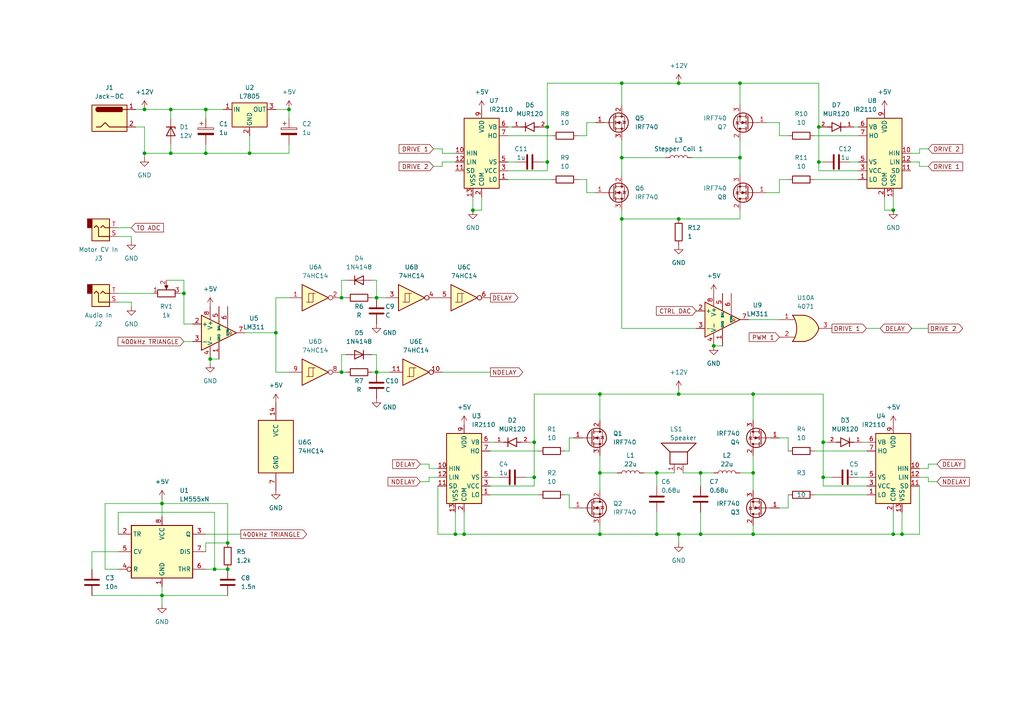
<source format=kicad_sch>
(kicad_sch (version 20230121) (generator eeschema)
  (paper "A4")
  (lib_symbols
    (symbol "4xxx:4071" (pin_names (offset 1.016))
      (property "Reference" "U" (at 0 1.27 0))
      (property "Value" "4071" (at 0 -1.27 0))
      (symbol "4071_1_1"
        (pin input line (at -7.62 2.54 0) (length 4.318) (name "~") (number "1"))
        (pin input line (at -7.62 -2.54 0) (length 4.318) (name "~") (number "2"))
        (pin output line (at 7.62 0 180) (length 3.81) (name "~") (number "3"))
      )
      (symbol "4071_1_2"
        (pin input inverted (at -7.62 2.54 0) (length 3.81) (name "~") (number "1"))
        (pin input inverted (at -7.62 -2.54 0) (length 3.81) (name "~") (number "2"))
        (pin output inverted (at 7.62 0 180) (length 3.81) (name "~") (number "3"))
      )
      (symbol "4071_2_1"
        (pin output line (at 7.62 0 180) (length 3.81) (name "~") (number "4"))
        (pin input line (at -7.62 2.54 0) (length 4.318) (name "~") (number "5"))
        (pin input line (at -7.62 -2.54 0) (length 4.318) (name "~") (number "6"))
      )
      (symbol "4071_2_2"
        (pin output inverted (at 7.62 0 180) (length 3.81) (name "~") (number "4"))
        (pin input inverted (at -7.62 2.54 0) (length 3.81) (name "~") (number "5"))
        (pin input inverted (at -7.62 -2.54 0) (length 3.81) (name "~") (number "6"))
      )
      (symbol "4071_3_1"
        (pin output line (at 7.62 0 180) (length 3.81) (name "~") (number "10"))
        (pin input line (at -7.62 2.54 0) (length 4.318) (name "~") (number "8"))
        (pin input line (at -7.62 -2.54 0) (length 4.318) (name "~") (number "9"))
      )
      (symbol "4071_3_2"
        (pin output inverted (at 7.62 0 180) (length 3.81) (name "~") (number "10"))
        (pin input inverted (at -7.62 2.54 0) (length 3.81) (name "~") (number "8"))
        (pin input inverted (at -7.62 -2.54 0) (length 3.81) (name "~") (number "9"))
      )
      (symbol "4071_4_1"
        (pin output line (at 7.62 0 180) (length 3.81) (name "~") (number "11"))
        (pin input line (at -7.62 2.54 0) (length 4.318) (name "~") (number "12"))
        (pin input line (at -7.62 -2.54 0) (length 4.318) (name "~") (number "13"))
      )
      (symbol "4071_4_2"
        (pin output inverted (at 7.62 0 180) (length 3.81) (name "~") (number "11"))
        (pin input inverted (at -7.62 2.54 0) (length 3.81) (name "~") (number "12"))
        (pin input inverted (at -7.62 -2.54 0) (length 3.81) (name "~") (number "13"))
      )
      (symbol "4071_5_0"
        (pin power_in line (at 0 12.7 270) (length 5.08) (name "VDD") (number "14"))
        (pin power_in line (at 0 -12.7 90) (length 5.08) (name "VSS") (number "7"))
      )
    )
    (symbol "74xx:74HC14" (pin_names (offset 1.016))
      (property "Reference" "U" (at 0 1.27 0))
      (property "Value" "74HC14" (at 0 -1.27 0))
      (symbol "74HC14_1_0"
        (pin input line (at -7.62 0 0) (length 3.81) (name "~") (number "1"))
        (pin output inverted (at 7.62 0 180) (length 3.81) (name "~") (number "2"))
      )
      (symbol "74HC14_2_0"
        (pin input line (at -7.62 0 0) (length 3.81) (name "~") (number "3"))
        (pin output inverted (at 7.62 0 180) (length 3.81) (name "~") (number "4"))
      )
      (symbol "74HC14_3_0"
        (pin input line (at -7.62 0 0) (length 3.81) (name "~") (number "5"))
        (pin output inverted (at 7.62 0 180) (length 3.81) (name "~") (number "6"))
      )
      (symbol "74HC14_4_0"
        (pin output inverted (at 7.62 0 180) (length 3.81) (name "~") (number "8"))
        (pin input line (at -7.62 0 0) (length 3.81) (name "~") (number "9"))
      )
      (symbol "74HC14_5_0"
        (pin output inverted (at 7.62 0 180) (length 3.81) (name "~") (number "10"))
        (pin input line (at -7.62 0 0) (length 3.81) (name "~") (number "11"))
      )
      (symbol "74HC14_6_0"
        (pin output inverted (at 7.62 0 180) (length 3.81) (name "~") (number "12"))
        (pin input line (at -7.62 0 0) (length 3.81) (name "~") (number "13"))
      )
      (symbol "74HC14_7_0"
        (pin power_in line (at 0 12.7 270) (length 5.08) (name "VCC") (number "14"))
        (pin power_in line (at 0 -12.7 90) (length 5.08) (name "GND") (number "7"))
      )
    )
    (symbol "Comparator:LM311" (pin_names (offset 0.127))
      (property "Reference" "U" (at 3.81 6.35 0))
      (property "Value" "LM311" (at 3.81 3.81 0))
      (symbol "LM311_1_1"
        (pin passive line (at 0 -7.62 90) (length 5.08) (name "GND") (number "1"))
        (pin input line (at -7.62 2.54 0) (length 2.54) (name "+") (number "2"))
        (pin input line (at -7.62 -2.54 0) (length 2.54) (name "-") (number "3"))
        (pin power_in line (at -2.54 -7.62 90) (length 3.81) (name "V-") (number "4"))
        (pin input line (at 0 7.62 270) (length 5.08) (name "BAL") (number "5"))
        (pin input line (at 2.54 7.62 270) (length 6.35) (name "STRB") (number "6"))
        (pin open_collector line (at 7.62 0 180) (length 2.54) (name "~") (number "7"))
        (pin power_in line (at -2.54 7.62 270) (length 3.81) (name "V+") (number "8"))
      )
    )
    (symbol "Connector:Jack-DC" (pin_names (offset 1.016))
      (property "Reference" "J" (at 0 5.334 0))
      (property "Value" "Jack-DC" (at 0 -5.08 0))
      (symbol "Jack-DC_1_1"
        (pin passive line (at 7.62 2.54 180) (length 2.54) (name "~") (number "1"))
        (pin passive line (at 7.62 -2.54 180) (length 2.54) (name "~") (number "2"))
      )
    )
    (symbol "Connector_Audio:AudioJack2"
      (property "Reference" "J" (at 0 8.89 0))
      (property "Value" "AudioJack2" (at 0 6.35 0))
      (symbol "AudioJack2_1_1"
        (pin passive line (at 5.08 2.54 180) (length 2.54) (name "~") (number "S"))
        (pin passive line (at 5.08 0 180) (length 2.54) (name "~") (number "T"))
      )
    )
    (symbol "Device:C" (pin_numbers hide) (pin_names (offset 0.254))
      (property "Reference" "C" (at 0.635 2.54 0))
      (property "Value" "C" (at 0.635 -2.54 0))
      (symbol "C_1_1"
        (pin passive line (at 0 3.81 270) (length 2.794) (name "~") (number "1"))
        (pin passive line (at 0 -3.81 90) (length 2.794) (name "~") (number "2"))
      )
    )
    (symbol "Device:C_Polarized" (pin_numbers hide) (pin_names (offset 0.254))
      (property "Reference" "C" (at 0.635 2.54 0))
      (property "Value" "C_Polarized" (at 0.635 -2.54 0))
      (symbol "C_Polarized_1_1"
        (pin passive line (at 0 3.81 270) (length 2.794) (name "~") (number "1"))
        (pin passive line (at 0 -3.81 90) (length 2.794) (name "~") (number "2"))
      )
    )
    (symbol "Device:D_Zener" (pin_numbers hide) (pin_names (offset 1.016) hide)
      (property "Reference" "D" (at 0 2.54 0))
      (property "Value" "D_Zener" (at 0 -2.54 0))
      (symbol "D_Zener_1_1"
        (pin passive line (at -3.81 0 0) (length 2.54) (name "K") (number "1"))
        (pin passive line (at 3.81 0 180) (length 2.54) (name "A") (number "2"))
      )
    )
    (symbol "Device:L" (pin_numbers hide) (pin_names (offset 1.016) hide)
      (property "Reference" "L" (at -1.27 0 90))
      (property "Value" "L" (at 1.905 0 90))
      (symbol "L_1_1"
        (pin passive line (at 0 3.81 270) (length 1.27) (name "1") (number "1"))
        (pin passive line (at 0 -3.81 90) (length 1.27) (name "2") (number "2"))
      )
    )
    (symbol "Device:R" (pin_numbers hide) (pin_names (offset 0))
      (property "Reference" "R" (at 2.032 0 90))
      (property "Value" "R" (at 0 0 90))
      (symbol "R_1_1"
        (pin passive line (at 0 3.81 270) (length 1.27) (name "~") (number "1"))
        (pin passive line (at 0 -3.81 90) (length 1.27) (name "~") (number "2"))
      )
    )
    (symbol "Device:R_Potentiometer" (pin_names (offset 1.016) hide)
      (property "Reference" "RV" (at -4.445 0 90))
      (property "Value" "R_Potentiometer" (at -2.54 0 90))
      (symbol "R_Potentiometer_1_1"
        (pin passive line (at 0 3.81 270) (length 1.27) (name "1") (number "1"))
        (pin passive line (at 3.81 0 180) (length 1.27) (name "2") (number "2"))
        (pin passive line (at 0 -3.81 90) (length 1.27) (name "3") (number "3"))
      )
    )
    (symbol "Device:Speaker" (pin_names (offset 0) hide)
      (property "Reference" "LS" (at 1.27 5.715 0))
      (property "Value" "Speaker" (at 1.27 3.81 0))
      (symbol "Speaker_1_1"
        (pin input line (at -5.08 0 0) (length 2.54) (name "1") (number "1"))
        (pin input line (at -5.08 -2.54 0) (length 2.54) (name "2") (number "2"))
      )
    )
    (symbol "Diode:1N4148" (pin_numbers hide) (pin_names hide)
      (property "Reference" "D" (at 0 2.54 0))
      (property "Value" "1N4148" (at 0 -2.54 0))
      (symbol "1N4148_1_1"
        (pin passive line (at -3.81 0 0) (length 2.54) (name "K") (number "1"))
        (pin passive line (at 3.81 0 180) (length 2.54) (name "A") (number "2"))
      )
    )
    (symbol "Driver_FET:IR2110"
      (property "Reference" "U" (at 1.27 13.335 0))
      (property "Value" "IR2110" (at 1.27 11.43 0))
      (symbol "IR2110_1_1"
        (pin output line (at 7.62 -7.62 180) (length 2.54) (name "LO") (number "1"))
        (pin input line (at -7.62 0 0) (length 2.54) (name "HIN") (number "10"))
        (pin input line (at -7.62 -5.08 0) (length 2.54) (name "SD") (number "11"))
        (pin input line (at -7.62 -2.54 0) (length 2.54) (name "LIN") (number "12"))
        (pin power_in line (at -2.54 -12.7 90) (length 2.54) (name "VSS") (number "13"))
        (pin no_connect line (at -5.08 2.54 0) (length 2.54) hide (name "NC") (number "14"))
        (pin power_in line (at 0 -12.7 90) (length 2.54) (name "COM") (number "2"))
        (pin power_in line (at 7.62 -5.08 180) (length 2.54) (name "VCC") (number "3"))
        (pin no_connect line (at -5.08 7.62 0) (length 2.54) hide (name "NC") (number "4"))
        (pin passive line (at 7.62 -2.54 180) (length 2.54) (name "VS") (number "5"))
        (pin passive line (at 7.62 7.62 180) (length 2.54) (name "VB") (number "6"))
        (pin output line (at 7.62 5.08 180) (length 2.54) (name "HO") (number "7"))
        (pin no_connect line (at -5.08 5.08 0) (length 2.54) hide (name "NC") (number "8"))
        (pin power_in line (at 0 12.7 270) (length 2.54) (name "VDD") (number "9"))
      )
    )
    (symbol "MUR120:MUR120" (pin_names (offset 1.016))
      (property "Reference" "D" (at -5.08 2.54 0))
      (property "Value" "MUR120" (at -5.08 -3.81 0))
      (symbol "MUR120_0_0"
        (pin passive line (at 5.08 0 180) (length 2.54) (name "~") (number "1"))
        (pin passive line (at -5.08 0 0) (length 2.54) (name "~") (number "2"))
      )
    )
    (symbol "Regulator_Linear:L7805" (pin_names (offset 0.254))
      (property "Reference" "U" (at -3.81 3.175 0))
      (property "Value" "L7805" (at 0 3.175 0))
      (symbol "L7805_1_1"
        (pin power_in line (at -7.62 0 0) (length 2.54) (name "IN") (number "1"))
        (pin power_in line (at 0 -7.62 90) (length 2.54) (name "GND") (number "2"))
        (pin power_out line (at 7.62 0 180) (length 2.54) (name "OUT") (number "3"))
      )
    )
    (symbol "Timer:LM555xN"
      (property "Reference" "U" (at -10.16 8.89 0))
      (property "Value" "LM555xN" (at 2.54 8.89 0))
      (symbol "LM555xN_0_0"
        (pin power_in line (at 0 -10.16 90) (length 2.54) (name "GND") (number "1"))
        (pin power_in line (at 0 10.16 270) (length 2.54) (name "VCC") (number "8"))
      )
      (symbol "LM555xN_1_1"
        (pin input line (at -12.7 5.08 0) (length 3.81) (name "TR") (number "2"))
        (pin output line (at 12.7 5.08 180) (length 3.81) (name "Q") (number "3"))
        (pin input inverted (at -12.7 -5.08 0) (length 3.81) (name "R") (number "4"))
        (pin input line (at -12.7 0 0) (length 3.81) (name "CV") (number "5"))
        (pin input line (at 12.7 -5.08 180) (length 3.81) (name "THR") (number "6"))
        (pin input line (at 12.7 0 180) (length 3.81) (name "DIS") (number "7"))
      )
    )
    (symbol "Transistor_FET:IRF740" (pin_names hide)
      (property "Reference" "Q" (at 6.35 1.905 0))
      (property "Value" "IRF740" (at 6.35 0 0))
      (symbol "IRF740_1_1"
        (pin input line (at -5.08 0 0) (length 2.54) (name "G") (number "1"))
        (pin passive line (at 2.54 5.08 270) (length 2.54) (name "D") (number "2"))
        (pin passive line (at 2.54 -5.08 90) (length 2.54) (name "S") (number "3"))
      )
    )
    (symbol "power:+12V" (power) (pin_names (offset 0))
      (property "Value" "+12V" (at 0 3.556 0))
      (symbol "+12V_1_1"
        (pin power_in line (at 0 0 90) (length 0) hide (name "+12V") (number "1"))
      )
    )
    (symbol "power:+5V" (power) (pin_names (offset 0))
      (property "Value" "+5V" (at 0 3.556 0))
      (symbol "+5V_1_1"
        (pin power_in line (at 0 0 90) (length 0) hide (name "+5V") (number "1"))
      )
    )
    (symbol "power:GND" (power) (pin_names (offset 0))
      (property "Value" "GND" (at 0 -3.81 0))
      (symbol "GND_1_1"
        (pin power_in line (at 0 0 270) (length 0) hide (name "GND") (number "1"))
      )
    )
  )
  (junction (at 83.82 31.75))
  (junction (at 237.49 36.83))
  (junction (at 59.69 44.45))
  (junction (at 109.22 86.36))
  (junction (at 173.99 137.16))
  (junction (at 132.08 154.94))
  (junction (at 49.53 31.75))
  (junction (at 46.99 146.05))
  (junction (at 196.85 63.5))
  (junction (at 173.99 154.94))
  (junction (at 137.16 60.96))
  (junction (at 196.85 154.94))
  (junction (at 237.49 46.99))
  (junction (at 109.22 107.95))
  (junction (at 214.63 45.72))
  (junction (at 207.01 100.33))
  (junction (at 218.44 154.94))
  (junction (at 180.34 63.5))
  (junction (at 41.91 31.75))
  (junction (at 238.76 128.27))
  (junction (at 154.94 128.27))
  (junction (at 158.75 36.83))
  (junction (at 173.99 114.3))
  (junction (at 80.01 96.52))
  (junction (at 66.04 165.1))
  (junction (at 203.2 154.94))
  (junction (at 62.23 165.1))
  (junction (at 196.85 24.13))
  (junction (at 190.5 137.16))
  (junction (at 99.06 86.36))
  (junction (at 238.76 138.43))
  (junction (at 53.34 85.09))
  (junction (at 59.69 31.75))
  (junction (at 218.44 137.16))
  (junction (at 154.94 138.43))
  (junction (at 60.96 104.14))
  (junction (at 180.34 45.72))
  (junction (at 259.08 60.96))
  (junction (at 259.08 154.94))
  (junction (at 190.5 154.94))
  (junction (at 196.85 114.3))
  (junction (at 49.53 44.45))
  (junction (at 158.75 46.99))
  (junction (at 134.62 154.94))
  (junction (at 180.34 24.13))
  (junction (at 46.99 172.72))
  (junction (at 261.62 154.94))
  (junction (at 218.44 114.3))
  (junction (at 99.06 107.95))
  (junction (at 214.63 24.13))
  (junction (at 203.2 137.16))
  (junction (at 72.39 44.45))
  (junction (at 66.04 157.48))
  (junction (at 41.91 44.45))
  (wire (pts (xy 218.44 152.4) (xy 218.44 154.94)))
  (wire (pts (xy 142.24 130.81) (xy 156.21 130.81)))
  (wire (pts (xy 218.44 137.16) (xy 218.44 132.08)))
  (wire (pts (xy 186.69 137.16) (xy 190.5 137.16)))
  (wire (pts (xy 173.99 114.3) (xy 173.99 121.92)))
  (wire (pts (xy 62.23 148.59) (xy 62.23 165.1)))
  (wire (pts (xy 142.24 143.51) (xy 156.21 143.51)))
  (wire (pts (xy 125.73 48.26) (xy 128.27 48.26)))
  (wire (pts (xy 266.7 44.45) (xy 264.16 44.45)))
  (wire (pts (xy 214.63 60.96) (xy 214.63 63.5)))
  (wire (pts (xy 132.08 148.59) (xy 132.08 154.94)))
  (wire (pts (xy 127 154.94) (xy 132.08 154.94)))
  (wire (pts (xy 214.63 137.16) (xy 218.44 137.16)))
  (wire (pts (xy 121.92 134.62) (xy 124.46 134.62)))
  (wire (pts (xy 152.4 138.43) (xy 154.94 138.43)))
  (wire (pts (xy 261.62 148.59) (xy 261.62 154.94)))
  (wire (pts (xy 207.01 100.33) (xy 209.55 100.33)))
  (wire (pts (xy 203.2 137.16) (xy 203.2 140.97)))
  (wire (pts (xy 180.34 45.72) (xy 193.04 45.72)))
  (wire (pts (xy 109.22 107.95) (xy 113.03 107.95)))
  (wire (pts (xy 196.85 154.94) (xy 203.2 154.94)))
  (wire (pts (xy 109.22 107.95) (xy 107.95 107.95)))
  (wire (pts (xy 214.63 40.64) (xy 214.63 45.72)))
  (wire (pts (xy 180.34 63.5) (xy 180.34 95.25)))
  (wire (pts (xy 180.34 24.13) (xy 196.85 24.13)))
  (wire (pts (xy 222.25 35.56) (xy 226.06 35.56)))
  (wire (pts (xy 167.64 52.07) (xy 170.18 52.07)))
  (wire (pts (xy 147.32 52.07) (xy 160.02 52.07)))
  (wire (pts (xy 128.27 44.45) (xy 132.08 44.45)))
  (wire (pts (xy 158.75 46.99) (xy 158.75 49.53)))
  (wire (pts (xy 170.18 55.88) (xy 172.72 55.88)))
  (wire (pts (xy 222.25 55.88) (xy 226.06 55.88)))
  (wire (pts (xy 59.69 157.48) (xy 59.69 160.02)))
  (wire (pts (xy 180.34 40.64) (xy 180.34 45.72)))
  (wire (pts (xy 203.2 154.94) (xy 218.44 154.94)))
  (wire (pts (xy 48.26 81.28) (xy 53.34 81.28)))
  (wire (pts (xy 38.1 88.9) (xy 38.1 87.63)))
  (wire (pts (xy 134.62 154.94) (xy 173.99 154.94)))
  (wire (pts (xy 170.18 52.07) (xy 170.18 55.88)))
  (wire (pts (xy 49.53 44.45) (xy 59.69 44.45)))
  (wire (pts (xy 271.78 139.7) (xy 269.24 139.7)))
  (wire (pts (xy 238.76 138.43) (xy 238.76 140.97)))
  (wire (pts (xy 59.69 44.45) (xy 59.69 41.91)))
  (wire (pts (xy 99.06 102.87) (xy 99.06 107.95)))
  (wire (pts (xy 228.6 52.07) (xy 226.06 52.07)))
  (wire (pts (xy 180.34 95.25) (xy 201.93 95.25)))
  (wire (pts (xy 66.04 146.05) (xy 46.99 146.05)))
  (wire (pts (xy 128.27 43.18) (xy 128.27 44.45)))
  (wire (pts (xy 26.67 160.02) (xy 34.29 160.02)))
  (wire (pts (xy 100.33 102.87) (xy 99.06 102.87)))
  (wire (pts (xy 173.99 114.3) (xy 196.85 114.3)))
  (wire (pts (xy 266.7 43.18) (xy 266.7 44.45)))
  (wire (pts (xy 38.1 87.63) (xy 34.29 87.63)))
  (wire (pts (xy 167.64 39.37) (xy 170.18 39.37)))
  (wire (pts (xy 154.94 140.97) (xy 142.24 140.97)))
  (wire (pts (xy 228.6 127) (xy 226.06 127)))
  (wire (pts (xy 34.29 154.94) (xy 34.29 148.59)))
  (wire (pts (xy 59.69 31.75) (xy 64.77 31.75)))
  (wire (pts (xy 266.7 135.89) (xy 269.24 135.89)))
  (wire (pts (xy 60.96 105.41) (xy 60.96 104.14)))
  (wire (pts (xy 271.78 134.62) (xy 269.24 134.62)))
  (wire (pts (xy 248.92 39.37) (xy 236.22 39.37)))
  (wire (pts (xy 72.39 44.45) (xy 72.39 39.37)))
  (wire (pts (xy 248.92 52.07) (xy 236.22 52.07)))
  (wire (pts (xy 109.22 102.87) (xy 109.22 107.95)))
  (wire (pts (xy 248.92 36.83) (xy 247.65 36.83)))
  (wire (pts (xy 59.69 154.94) (xy 69.85 154.94)))
  (wire (pts (xy 261.62 154.94) (xy 259.08 154.94)))
  (wire (pts (xy 99.06 81.28) (xy 100.33 81.28)))
  (wire (pts (xy 59.69 157.48) (xy 66.04 157.48)))
  (wire (pts (xy 46.99 172.72) (xy 46.99 170.18)))
  (wire (pts (xy 34.29 148.59) (xy 62.23 148.59)))
  (wire (pts (xy 46.99 172.72) (xy 66.04 172.72)))
  (wire (pts (xy 264.16 95.25) (xy 269.24 95.25)))
  (wire (pts (xy 237.49 46.99) (xy 237.49 49.53)))
  (wire (pts (xy 59.69 31.75) (xy 59.69 34.29)))
  (wire (pts (xy 41.91 36.83) (xy 39.37 36.83)))
  (wire (pts (xy 173.99 152.4) (xy 173.99 154.94)))
  (wire (pts (xy 218.44 114.3) (xy 238.76 114.3)))
  (wire (pts (xy 38.1 69.85) (xy 38.1 68.58)))
  (wire (pts (xy 134.62 154.94) (xy 134.62 148.59)))
  (wire (pts (xy 218.44 154.94) (xy 259.08 154.94)))
  (wire (pts (xy 226.06 35.56) (xy 226.06 39.37)))
  (wire (pts (xy 228.6 147.32) (xy 228.6 143.51)))
  (wire (pts (xy 107.95 81.28) (xy 109.22 81.28)))
  (wire (pts (xy 238.76 114.3) (xy 238.76 128.27)))
  (wire (pts (xy 83.82 41.91) (xy 83.82 44.45)))
  (wire (pts (xy 203.2 137.16) (xy 207.01 137.16)))
  (wire (pts (xy 30.48 146.05) (xy 46.99 146.05)))
  (wire (pts (xy 259.08 60.96) (xy 256.54 60.96)))
  (wire (pts (xy 196.85 114.3) (xy 218.44 114.3)))
  (wire (pts (xy 190.5 154.94) (xy 196.85 154.94)))
  (wire (pts (xy 107.95 102.87) (xy 109.22 102.87)))
  (wire (pts (xy 228.6 127) (xy 228.6 130.81)))
  (wire (pts (xy 34.29 85.09) (xy 44.45 85.09)))
  (wire (pts (xy 218.44 137.16) (xy 218.44 142.24)))
  (wire (pts (xy 237.49 46.99) (xy 238.76 46.99)))
  (wire (pts (xy 41.91 36.83) (xy 41.91 44.45)))
  (wire (pts (xy 196.85 24.13) (xy 214.63 24.13)))
  (wire (pts (xy 83.82 86.36) (xy 80.01 86.36)))
  (wire (pts (xy 226.06 39.37) (xy 228.6 39.37)))
  (wire (pts (xy 154.94 138.43) (xy 154.94 140.97)))
  (wire (pts (xy 165.1 127) (xy 166.37 127)))
  (wire (pts (xy 72.39 44.45) (xy 83.82 44.45)))
  (wire (pts (xy 266.7 154.94) (xy 261.62 154.94)))
  (wire (pts (xy 190.5 137.16) (xy 195.58 137.16)))
  (wire (pts (xy 158.75 24.13) (xy 180.34 24.13)))
  (wire (pts (xy 170.18 35.56) (xy 172.72 35.56)))
  (wire (pts (xy 236.22 143.51) (xy 251.46 143.51)))
  (wire (pts (xy 154.94 128.27) (xy 154.94 138.43)))
  (wire (pts (xy 137.16 60.96) (xy 139.7 60.96)))
  (wire (pts (xy 217.17 92.71) (xy 226.06 92.71)))
  (wire (pts (xy 241.3 138.43) (xy 238.76 138.43)))
  (wire (pts (xy 99.06 107.95) (xy 100.33 107.95)))
  (wire (pts (xy 60.96 104.14) (xy 63.5 104.14)))
  (wire (pts (xy 59.69 44.45) (xy 72.39 44.45)))
  (wire (pts (xy 173.99 154.94) (xy 190.5 154.94)))
  (wire (pts (xy 46.99 144.78) (xy 46.99 146.05)))
  (wire (pts (xy 158.75 46.99) (xy 157.48 46.99)))
  (wire (pts (xy 259.08 57.15) (xy 259.08 60.96)))
  (wire (pts (xy 165.1 143.51) (xy 163.83 143.51)))
  (wire (pts (xy 196.85 113.03) (xy 196.85 114.3)))
  (wire (pts (xy 83.82 31.75) (xy 83.82 34.29)))
  (wire (pts (xy 237.49 24.13) (xy 237.49 36.83)))
  (wire (pts (xy 66.04 157.48) (xy 66.04 146.05)))
  (wire (pts (xy 34.29 165.1) (xy 30.48 165.1)))
  (wire (pts (xy 196.85 157.48) (xy 196.85 154.94)))
  (wire (pts (xy 147.32 39.37) (xy 160.02 39.37)))
  (wire (pts (xy 180.34 63.5) (xy 196.85 63.5)))
  (wire (pts (xy 109.22 86.36) (xy 107.95 86.36)))
  (wire (pts (xy 124.46 138.43) (xy 127 138.43)))
  (wire (pts (xy 165.1 127) (xy 165.1 130.81)))
  (wire (pts (xy 158.75 24.13) (xy 158.75 36.83)))
  (wire (pts (xy 49.53 31.75) (xy 59.69 31.75)))
  (wire (pts (xy 26.67 165.1) (xy 26.67 160.02)))
  (wire (pts (xy 248.92 49.53) (xy 237.49 49.53)))
  (wire (pts (xy 158.75 36.83) (xy 158.75 46.99)))
  (wire (pts (xy 180.34 60.96) (xy 180.34 63.5)))
  (wire (pts (xy 173.99 114.3) (xy 154.94 114.3)))
  (wire (pts (xy 214.63 24.13) (xy 214.63 30.48)))
  (wire (pts (xy 80.01 86.36) (xy 80.01 96.52)))
  (wire (pts (xy 41.91 31.75) (xy 39.37 31.75)))
  (wire (pts (xy 153.67 128.27) (xy 154.94 128.27)))
  (wire (pts (xy 127 140.97) (xy 127 154.94)))
  (wire (pts (xy 180.34 30.48) (xy 180.34 24.13)))
  (wire (pts (xy 256.54 60.96) (xy 256.54 57.15)))
  (wire (pts (xy 124.46 135.89) (xy 127 135.89)))
  (wire (pts (xy 269.24 48.26) (xy 266.7 48.26)))
  (wire (pts (xy 46.99 175.26) (xy 46.99 172.72)))
  (wire (pts (xy 214.63 45.72) (xy 214.63 50.8)))
  (wire (pts (xy 137.16 57.15) (xy 137.16 60.96)))
  (wire (pts (xy 269.24 43.18) (xy 266.7 43.18)))
  (wire (pts (xy 196.85 63.5) (xy 214.63 63.5)))
  (wire (pts (xy 38.1 68.58) (xy 34.29 68.58)))
  (wire (pts (xy 121.92 139.7) (xy 124.46 139.7)))
  (wire (pts (xy 147.32 49.53) (xy 158.75 49.53)))
  (wire (pts (xy 53.34 85.09) (xy 52.07 85.09)))
  (wire (pts (xy 124.46 134.62) (xy 124.46 135.89)))
  (wire (pts (xy 165.1 147.32) (xy 166.37 147.32)))
  (wire (pts (xy 49.53 34.29) (xy 49.53 31.75)))
  (wire (pts (xy 26.67 172.72) (xy 46.99 172.72)))
  (wire (pts (xy 238.76 128.27) (xy 238.76 138.43)))
  (wire (pts (xy 142.24 128.27) (xy 143.51 128.27)))
  (wire (pts (xy 132.08 46.99) (xy 128.27 46.99)))
  (wire (pts (xy 53.34 99.06) (xy 55.88 99.06)))
  (wire (pts (xy 147.32 36.83) (xy 148.59 36.83)))
  (wire (pts (xy 99.06 81.28) (xy 99.06 86.36)))
  (wire (pts (xy 259.08 154.94) (xy 259.08 148.59)))
  (wire (pts (xy 49.53 44.45) (xy 49.53 41.91)))
  (wire (pts (xy 200.66 45.72) (xy 214.63 45.72)))
  (wire (pts (xy 198.12 137.16) (xy 203.2 137.16)))
  (wire (pts (xy 266.7 46.99) (xy 264.16 46.99)))
  (wire (pts (xy 251.46 138.43) (xy 248.92 138.43)))
  (wire (pts (xy 124.46 139.7) (xy 124.46 138.43)))
  (wire (pts (xy 269.24 134.62) (xy 269.24 135.89)))
  (wire (pts (xy 266.7 138.43) (xy 269.24 138.43)))
  (wire (pts (xy 80.01 31.75) (xy 83.82 31.75)))
  (wire (pts (xy 30.48 165.1) (xy 30.48 146.05)))
  (wire (pts (xy 125.73 43.18) (xy 128.27 43.18)))
  (wire (pts (xy 132.08 154.94) (xy 134.62 154.94)))
  (wire (pts (xy 236.22 130.81) (xy 251.46 130.81)))
  (wire (pts (xy 173.99 137.16) (xy 173.99 142.24)))
  (wire (pts (xy 154.94 114.3) (xy 154.94 128.27)))
  (wire (pts (xy 240.03 128.27) (xy 238.76 128.27)))
  (wire (pts (xy 251.46 95.25) (xy 255.27 95.25)))
  (wire (pts (xy 62.23 165.1) (xy 59.69 165.1)))
  (wire (pts (xy 180.34 45.72) (xy 180.34 50.8)))
  (wire (pts (xy 53.34 81.28) (xy 53.34 85.09)))
  (wire (pts (xy 165.1 147.32) (xy 165.1 143.51)))
  (wire (pts (xy 214.63 24.13) (xy 237.49 24.13)))
  (wire (pts (xy 147.32 46.99) (xy 149.86 46.99)))
  (wire (pts (xy 139.7 60.96) (xy 139.7 57.15)))
  (wire (pts (xy 53.34 85.09) (xy 53.34 93.98)))
  (wire (pts (xy 128.27 107.95) (xy 142.24 107.95)))
  (wire (pts (xy 165.1 130.81) (xy 163.83 130.81)))
  (wire (pts (xy 49.53 31.75) (xy 41.91 31.75)))
  (wire (pts (xy 46.99 146.05) (xy 46.99 149.86)))
  (wire (pts (xy 34.29 66.04) (xy 38.1 66.04)))
  (wire (pts (xy 173.99 132.08) (xy 173.99 137.16)))
  (wire (pts (xy 251.46 128.27) (xy 250.19 128.27)))
  (wire (pts (xy 203.2 148.59) (xy 203.2 154.94)))
  (wire (pts (xy 80.01 96.52) (xy 80.01 107.95)))
  (wire (pts (xy 41.91 45.72) (xy 41.91 44.45)))
  (wire (pts (xy 142.24 138.43) (xy 144.78 138.43)))
  (wire (pts (xy 109.22 81.28) (xy 109.22 86.36)))
  (wire (pts (xy 100.33 86.36) (xy 99.06 86.36)))
  (wire (pts (xy 228.6 147.32) (xy 226.06 147.32)))
  (wire (pts (xy 237.49 36.83) (xy 237.49 46.99)))
  (wire (pts (xy 218.44 121.92) (xy 218.44 114.3)))
  (wire (pts (xy 109.22 86.36) (xy 111.76 86.36)))
  (wire (pts (xy 238.76 140.97) (xy 251.46 140.97)))
  (wire (pts (xy 226.06 52.07) (xy 226.06 55.88)))
  (wire (pts (xy 71.12 96.52) (xy 80.01 96.52)))
  (wire (pts (xy 269.24 139.7) (xy 269.24 138.43)))
  (wire (pts (xy 128.27 46.99) (xy 128.27 48.26)))
  (wire (pts (xy 66.04 165.1) (xy 62.23 165.1)))
  (wire (pts (xy 80.01 107.95) (xy 83.82 107.95)))
  (wire (pts (xy 266.7 140.97) (xy 266.7 154.94)))
  (wire (pts (xy 170.18 39.37) (xy 170.18 35.56)))
  (wire (pts (xy 190.5 137.16) (xy 190.5 140.97)))
  (wire (pts (xy 41.91 44.45) (xy 49.53 44.45)))
  (wire (pts (xy 190.5 148.59) (xy 190.5 154.94)))
  (wire (pts (xy 266.7 48.26) (xy 266.7 46.99)))
  (wire (pts (xy 53.34 93.98) (xy 55.88 93.98)))
  (wire (pts (xy 248.92 46.99) (xy 246.38 46.99)))
  (wire (pts (xy 179.07 137.16) (xy 173.99 137.16)))
  (global_label "DELAY" (shape input) (at 271.78 134.62 0) (property "Intersheetrefs" "${INTERSHEET_REFS}" (effects hide)))
  (global_label "DRIVE 2" (shape input) (at 269.24 43.18 0) (property "Intersheetrefs" "${INTERSHEET_REFS}" (effects hide)))
  (global_label "DRIVE 2" (shape output) (at 269.24 95.25 0) (property "Intersheetrefs" "${INTERSHEET_REFS}" (effects hide)))
  (global_label "DELAY" (shape bidirectional) (at 255.27 95.25 0) (property "Intersheetrefs" "${INTERSHEET_REFS}" (effects hide)))
  (global_label "DRIVE 1" (shape input) (at 269.24 48.26 0) (property "Intersheetrefs" "${INTERSHEET_REFS}" (effects hide)))
  (global_label "PWM 1" (shape input) (at 226.06 97.79 180) (property "Intersheetrefs" "${INTERSHEET_REFS}" (effects hide)))
  (global_label "DRIVE 1" (shape output) (at 241.3 95.25 0) (property "Intersheetrefs" "${INTERSHEET_REFS}" (effects hide)))
  (global_label "DRIVE 1" (shape input) (at 125.73 43.18 180) (property "Intersheetrefs" "${INTERSHEET_REFS}" (effects hide)))
  (global_label "NDELAY" (shape input) (at 121.92 139.7 180) (property "Intersheetrefs" "${INTERSHEET_REFS}" (effects hide)))
  (global_label "NDELAY" (shape input) (at 271.78 139.7 0) (property "Intersheetrefs" "${INTERSHEET_REFS}" (effects hide)))
  (global_label "TO ADC" (shape input) (at 38.1 66.04 0) (property "Intersheetrefs" "${INTERSHEET_REFS}" (effects hide)))
  (global_label "DELAY" (shape input) (at 121.92 134.62 180) (property "Intersheetrefs" "${INTERSHEET_REFS}" (effects hide)))
  (global_label "400kHz TRIANGLE" (shape input) (at 53.34 99.06 180) (property "Intersheetrefs" "${INTERSHEET_REFS}" (effects hide)))
  (global_label "DRIVE 2" (shape input) (at 125.73 48.26 180) (property "Intersheetrefs" "${INTERSHEET_REFS}" (effects hide)))
  (global_label "CTRL DAC" (shape input) (at 201.93 90.17 180) (property "Intersheetrefs" "${INTERSHEET_REFS}" (effects hide)))
  (global_label "NDELAY" (shape output) (at 142.24 107.95 0) (property "Intersheetrefs" "${INTERSHEET_REFS}" (effects hide)))
  (global_label "400kHz TRIANGLE" (shape output) (at 69.85 154.94 0) (property "Intersheetrefs" "${INTERSHEET_REFS}" (effects hide)))
  (global_label "DELAY" (shape output) (at 142.24 86.36 0) (property "Intersheetrefs" "${INTERSHEET_REFS}" (effects hide)))
  (symbol (lib_id "power:GND") (at 41.91 45.72 0) (unit 1)
    (property "Reference" "#PWR03" (effects hide))
    (property "Value" "GND" (at 41.91 50.8 0))
  )
  (symbol (lib_id "Device:C") (at 203.2 144.78 0) (unit 1)
    (property "Reference" "C7" (at 205.74 139.7 0) (effects (justify left)))
    (property "Value" "0.68u" (at 205.74 142.24 0) (effects (justify left)))
  )
  (symbol (lib_id "Device:C") (at 190.5 144.78 0) (unit 1)
    (property "Reference" "C6" (at 191.77 139.7 0) (effects (justify left)))
    (property "Value" "0.68u" (at 191.77 142.24 0) (effects (justify left)))
  )
  (symbol (lib_id "power:+5V") (at 259.08 123.19 0) (mirror y) (unit 1)
    (property "Reference" "#PWR010" (effects hide))
    (property "Value" "+5V" (at 259.08 118.11 0))
  )
  (symbol (lib_id "Connector_Audio:AudioJack2") (at 29.21 66.04 0) (mirror x) (unit 1)
    (property "Reference" "J3" (at 28.575 74.93 0))
    (property "Value" "Motor CV In" (at 28.575 72.39 0))
  )
  (symbol (lib_id "Device:C") (at 148.59 138.43 270) (unit 1)
    (property "Reference" "C4" (at 146.05 134.62 90))
    (property "Value" "1u" (at 146.05 137.16 90))
  )
  (symbol (lib_id "power:GND") (at 196.85 157.48 0) (mirror y) (unit 1)
    (property "Reference" "#PWR011" (effects hide))
    (property "Value" "GND" (at 196.85 162.56 0))
  )
  (symbol (lib_id "power:+5V") (at 83.82 31.75 0) (unit 1)
    (property "Reference" "#PWR05" (effects hide))
    (property "Value" "+5V" (at 83.82 26.67 0))
  )
  (symbol (lib_id "74xx:74HC14") (at 119.38 86.36 0) (unit 2)
    (property "Reference" "U6" (at 119.38 77.47 0))
    (property "Value" "74HC14" (at 119.38 80.01 0))
    (property "Datasheet" "http://www.ti.com/lit/gpn/sn74HC14" (effects hide))
  )
  (symbol (lib_id "MUR120:MUR120") (at 153.67 36.83 180) (unit 1)
    (property "Reference" "D6" (at 153.67 30.48 0))
    (property "Value" "MUR120" (at 153.67 33.02 0))
    (property "Footprint" "MUR120:DIOAD1036W78L520D270" (effects hide))
    (property "DigiKey_Part_Number" "2156-MUR120-ON-ND" (effects hide))
    (property "SnapEDA_Link" "https://www.snapeda.com/parts/MUR120/Onsemi/view-part/?ref=snap" (effects hide))
    (property "MAXIMUM_PACKAGE_HEIGHT" "2.7 mm" (effects hide))
    (property "Package" "DO-41-2 ON Semiconductor" (effects hide))
    (property "Check_prices" "https://www.snapeda.com/parts/MUR120/Onsemi/view-part/?ref=eda" (effects hide))
    (property "STANDARD" "IPC-7351B" (effects hide))
    (property "PARTREV" "15 FEB 2005" (effects hide))
    (property "MF" "ON Semiconductor" (effects hide))
    (property "SNAPEDA_PACKAGE_ID" "104143" (effects hide))
    (property "MP" "MUR120" (effects hide))
    (property "Description" "\n                        \n                            RECTIFIER 200V 0.875V 1A 200VOLTAGE REVERSE WORKING PEAK\n                        \n" (effects hide))
    (property "MANUFACTURER" "ON Semiconductor" (effects hide))
  )
  (symbol (lib_id "Device:L") (at 196.85 45.72 90) (unit 1)
    (property "Reference" "L3" (at 196.85 40.64 90))
    (property "Value" "Stepper Coil 1" (at 196.85 43.18 90))
  )
  (symbol (lib_id "Device:C") (at 66.04 168.91 0) (unit 1)
    (property "Reference" "C8" (at 69.85 167.64 0) (effects (justify left)))
    (property "Value" "1.5n" (at 69.85 170.18 0) (effects (justify left)))
  )
  (symbol (lib_id "Transistor_FET:IRF740") (at 220.98 127 180) (unit 1)
    (property "Reference" "Q4" (at 214.63 128.27 0) (effects (justify left)))
    (property "Value" "IRF740" (at 214.63 125.73 0) (effects (justify left)))
    (property "Footprint" "Package_TO_SOT_THT:TO-220-3_Vertical" (effects hide))
    (property "Datasheet" "http://www.vishay.com/docs/91054/91054.pdf" (effects hide))
  )
  (symbol (lib_id "Diode:1N4148") (at 104.14 81.28 0) (unit 1)
    (property "Reference" "D4" (at 104.14 74.93 0))
    (property "Value" "1N4148" (at 104.14 77.47 0))
    (property "Footprint" "Diode_THT:D_DO-35_SOD27_P7.62mm_Horizontal" (effects hide))
    (property "Datasheet" "https://assets.nexperia.com/documents/data-sheet/1N4148_1N4448.pdf" (effects hide))
    (property "Sim.Device" "D" (effects hide))
    (property "Sim.Pins" "1=K 2=A" (effects hide))
  )
  (symbol (lib_id "Device:L") (at 210.82 137.16 90) (unit 1)
    (property "Reference" "L2" (at 210.82 132.08 90))
    (property "Value" "22u" (at 210.82 134.62 90))
  )
  (symbol (lib_id "power:GND") (at 137.16 60.96 0) (mirror y) (unit 1)
    (property "Reference" "#PWR021" (effects hide))
    (property "Value" "GND" (at 137.16 66.04 0))
  )
  (symbol (lib_id "Device:C_Polarized") (at 83.82 38.1 0) (unit 1)
    (property "Reference" "C2" (at 87.63 35.941 0) (effects (justify left)))
    (property "Value" "1u" (at 87.63 38.481 0) (effects (justify left)))
  )
  (symbol (lib_id "MUR120:MUR120") (at 242.57 36.83 0) (mirror x) (unit 1)
    (property "Reference" "D7" (at 242.57 30.48 0))
    (property "Value" "MUR120" (at 242.57 33.02 0))
    (property "Footprint" "MUR120:DIOAD1036W78L520D270" (effects hide))
    (property "DigiKey_Part_Number" "2156-MUR120-ON-ND" (effects hide))
    (property "SnapEDA_Link" "https://www.snapeda.com/parts/MUR120/Onsemi/view-part/?ref=snap" (effects hide))
    (property "MAXIMUM_PACKAGE_HEIGHT" "2.7 mm" (effects hide))
    (property "Package" "DO-41-2 ON Semiconductor" (effects hide))
    (property "Check_prices" "https://www.snapeda.com/parts/MUR120/Onsemi/view-part/?ref=eda" (effects hide))
    (property "STANDARD" "IPC-7351B" (effects hide))
    (property "PARTREV" "15 FEB 2005" (effects hide))
    (property "MF" "ON Semiconductor" (effects hide))
    (property "SNAPEDA_PACKAGE_ID" "104143" (effects hide))
    (property "MP" "MUR120" (effects hide))
    (property "Description" "\n                        \n                            RECTIFIER 200V 0.875V 1A 200VOLTAGE REVERSE WORKING PEAK\n                        \n" (effects hide))
    (property "MANUFACTURER" "ON Semiconductor" (effects hide))
  )
  (symbol (lib_id "Device:C") (at 109.22 111.76 0) (unit 1)
    (property "Reference" "C10" (at 111.76 110.49 0) (effects (justify left)))
    (property "Value" "C" (at 111.76 113.03 0) (effects (justify left)))
  )
  (symbol (lib_id "Device:C") (at 153.67 46.99 270) (unit 1)
    (property "Reference" "C11" (at 151.13 43.18 90))
    (property "Value" "1u" (at 151.13 45.72 90))
  )
  (symbol (lib_id "power:GND") (at 38.1 88.9 0) (unit 1)
    (property "Reference" "#PWR07" (effects hide))
    (property "Value" "GND" (at 38.1 93.98 0))
  )
  (symbol (lib_id "power:GND") (at 259.08 60.96 0) (mirror y) (unit 1)
    (property "Reference" "#PWR022" (effects hide))
    (property "Value" "GND" (at 259.08 66.04 0))
  )
  (symbol (lib_id "Transistor_FET:IRF740") (at 177.8 35.56 0) (unit 1)
    (property "Reference" "Q5" (at 184.15 34.29 0) (effects (justify left)))
    (property "Value" "IRF740" (at 184.15 36.83 0) (effects (justify left)))
    (property "Footprint" "Package_TO_SOT_THT:TO-220-3_Vertical" (effects hide))
    (property "Datasheet" "http://www.vishay.com/docs/91054/91054.pdf" (effects hide))
  )
  (symbol (lib_id "Device:R") (at 232.41 39.37 270) (mirror x) (unit 1)
    (property "Reference" "R10" (at 232.41 33.02 90))
    (property "Value" "10" (at 232.41 35.56 90))
  )
  (symbol (lib_id "power:+12V") (at 41.91 31.75 0) (unit 1)
    (property "Reference" "#PWR02" (effects hide))
    (property "Value" "+12V" (at 41.91 26.67 0))
  )
  (symbol (lib_id "Comparator:LM311") (at 63.5 96.52 0) (unit 1)
    (property "Reference" "U5" (at 73.66 92.3291 0))
    (property "Value" "LM311" (at 73.66 94.8691 0))
    (property "Datasheet" "https://www.st.com/resource/en/datasheet/lm311.pdf" (effects hide))
  )
  (symbol (lib_id "Device:R") (at 104.14 86.36 90) (unit 1)
    (property "Reference" "R6" (at 104.14 88.9 90))
    (property "Value" "R" (at 104.14 91.44 90))
  )
  (symbol (lib_id "Device:C") (at 245.11 138.43 90) (mirror x) (unit 1)
    (property "Reference" "C5" (at 247.65 134.62 90))
    (property "Value" "1u" (at 247.65 137.16 90))
  )
  (symbol (lib_id "power:+5V") (at 139.7 31.75 0) (unit 1)
    (property "Reference" "#PWR018" (effects hide))
    (property "Value" "+5V" (at 139.7 26.67 0))
  )
  (symbol (lib_id "Connector_Audio:AudioJack2") (at 29.21 85.09 0) (mirror x) (unit 1)
    (property "Reference" "J2" (at 28.575 93.98 0))
    (property "Value" "Audio In" (at 28.575 91.44 0))
  )
  (symbol (lib_id "Driver_FET:IR2110") (at 256.54 44.45 0) (mirror y) (unit 1)
    (property "Reference" "U8" (at 254.3459 29.21 0) (effects (justify left)))
    (property "Value" "IR2110" (at 254.3459 31.75 0) (effects (justify left)))
    (property "Footprint" "Package_DIP:DIP-14_W7.62mm" (effects hide))
    (property "Datasheet" "https://www.infineon.com/dgdl/ir2110.pdf?fileId=5546d462533600a4015355c80333167e" (effects hide))
  )
  (symbol (lib_id "power:GND") (at 80.01 142.24 0) (unit 1)
    (property "Reference" "#PWR014" (effects hide))
    (property "Value" "GND" (at 80.01 147.32 0))
  )
  (symbol (lib_id "MUR120:MUR120") (at 245.11 128.27 0) (mirror x) (unit 1)
    (property "Reference" "D3" (at 245.11 121.92 0))
    (property "Value" "MUR120" (at 245.11 124.46 0))
    (property "Footprint" "MUR120:DIOAD1036W78L520D270" (effects hide))
    (property "DigiKey_Part_Number" "2156-MUR120-ON-ND" (effects hide))
    (property "SnapEDA_Link" "https://www.snapeda.com/parts/MUR120/Onsemi/view-part/?ref=snap" (effects hide))
    (property "MAXIMUM_PACKAGE_HEIGHT" "2.7 mm" (effects hide))
    (property "Package" "DO-41-2 ON Semiconductor" (effects hide))
    (property "Check_prices" "https://www.snapeda.com/parts/MUR120/Onsemi/view-part/?ref=eda" (effects hide))
    (property "STANDARD" "IPC-7351B" (effects hide))
    (property "PARTREV" "15 FEB 2005" (effects hide))
    (property "MF" "ON Semiconductor" (effects hide))
    (property "SNAPEDA_PACKAGE_ID" "104143" (effects hide))
    (property "MP" "MUR120" (effects hide))
    (property "Description" "\n                        \n                            RECTIFIER 200V 0.875V 1A 200VOLTAGE REVERSE WORKING PEAK\n                        \n" (effects hide))
    (property "MANUFACTURER" "ON Semiconductor" (effects hide))
  )
  (symbol (lib_id "Device:R") (at 196.85 67.31 0) (unit 1)
    (property "Reference" "R12" (at 199.39 66.04 0) (effects (justify left)))
    (property "Value" "1" (at 199.39 68.58 0) (effects (justify left)))
  )
  (symbol (lib_id "power:+5V") (at 80.01 116.84 0) (unit 1)
    (property "Reference" "#PWR013" (effects hide))
    (property "Value" "+5V" (at 80.01 111.76 0))
  )
  (symbol (lib_id "Transistor_FET:IRF740") (at 171.45 147.32 0) (unit 1)
    (property "Reference" "Q2" (at 177.8 146.05 0) (effects (justify left)))
    (property "Value" "IRF740" (at 177.8 148.59 0) (effects (justify left)))
    (property "Footprint" "Package_TO_SOT_THT:TO-220-3_Vertical" (effects hide))
    (property "Datasheet" "http://www.vishay.com/docs/91054/91054.pdf" (effects hide))
  )
  (symbol (lib_id "power:GND") (at 109.22 115.57 0) (unit 1)
    (property "Reference" "#PWR016" (effects hide))
    (property "Value" "GND" (at 113.03 118.11 0))
  )
  (symbol (lib_id "Device:R") (at 163.83 39.37 90) (unit 1)
    (property "Reference" "R8" (at 163.83 33.02 90))
    (property "Value" "10" (at 163.83 35.56 90))
  )
  (symbol (lib_id "Device:Speaker") (at 195.58 132.08 90) (unit 1)
    (property "Reference" "LS1" (at 194.31 124.46 90) (effects (justify right)))
    (property "Value" "Speaker" (at 194.31 127 90) (effects (justify right)))
  )
  (symbol (lib_id "Connector:Jack-DC") (at 31.75 34.29 0) (unit 1)
    (property "Reference" "J1" (at 31.75 25.4 0))
    (property "Value" "Jack-DC" (at 31.75 27.94 0))
  )
  (symbol (lib_id "Device:C") (at 242.57 46.99 90) (mirror x) (unit 1)
    (property "Reference" "C12" (at 245.11 43.18 90))
    (property "Value" "1u" (at 245.11 45.72 90))
  )
  (symbol (lib_id "4xxx:4071") (at 233.68 95.25 0) (unit 1)
    (property "Reference" "U10" (at 233.68 86.36 0))
    (property "Value" "4071" (at 233.68 88.9 0))
    (property "Datasheet" "http://www.intersil.com/content/dam/Intersil/documents/cd40/cd4071bms-72bms-75bms.pdf" (effects hide))
  )
  (symbol (lib_id "74xx:74HC14") (at 91.44 107.95 0) (unit 4)
    (property "Reference" "U6" (at 91.44 99.06 0))
    (property "Value" "74HC14" (at 91.44 101.6 0))
    (property "Datasheet" "http://www.ti.com/lit/gpn/sn74HC14" (effects hide))
  )
  (symbol (lib_id "Device:R_Potentiometer") (at 48.26 85.09 90) (unit 1)
    (property "Reference" "RV1" (at 48.26 88.9 90))
    (property "Value" "1k" (at 48.26 91.44 90))
  )
  (symbol (lib_id "Driver_FET:IR2110") (at 134.62 135.89 0) (unit 1)
    (property "Reference" "U3" (at 136.8141 120.65 0) (effects (justify left)))
    (property "Value" "IR2110" (at 136.8141 123.19 0) (effects (justify left)))
    (property "Footprint" "Package_DIP:DIP-14_W7.62mm" (effects hide))
    (property "Datasheet" "https://www.infineon.com/dgdl/ir2110.pdf?fileId=5546d462533600a4015355c80333167e" (effects hide))
  )
  (symbol (lib_id "Driver_FET:IR2110") (at 259.08 135.89 0) (mirror y) (unit 1)
    (property "Reference" "U4" (at 256.8859 120.65 0) (effects (justify left)))
    (property "Value" "IR2110" (at 256.8859 123.19 0) (effects (justify left)))
    (property "Footprint" "Package_DIP:DIP-14_W7.62mm" (effects hide))
    (property "Datasheet" "https://www.infineon.com/dgdl/ir2110.pdf?fileId=5546d462533600a4015355c80333167e" (effects hide))
  )
  (symbol (lib_id "Device:L") (at 182.88 137.16 90) (unit 1)
    (property "Reference" "L1" (at 182.88 132.08 90))
    (property "Value" "22u" (at 182.88 134.62 90))
  )
  (symbol (lib_id "power:GND") (at 196.85 71.12 0) (mirror y) (unit 1)
    (property "Reference" "#PWR023" (effects hide))
    (property "Value" "GND" (at 196.85 76.2 0))
  )
  (symbol (lib_id "power:+5V") (at 256.54 31.75 0) (mirror y) (unit 1)
    (property "Reference" "#PWR019" (effects hide))
    (property "Value" "+5V" (at 256.54 26.67 0))
  )
  (symbol (lib_id "74xx:74HC14") (at 80.01 129.54 0) (unit 7)
    (property "Reference" "U6" (at 86.36 128.27 0) (effects (justify left)))
    (property "Value" "74HC14" (at 86.36 130.81 0) (effects (justify left)))
    (property "Datasheet" "http://www.ti.com/lit/gpn/sn74HC14" (effects hide))
  )
  (symbol (lib_id "Device:R") (at 104.14 107.95 90) (unit 1)
    (property "Reference" "R7" (at 104.14 110.49 90))
    (property "Value" "R" (at 104.14 113.03 90))
  )
  (symbol (lib_id "power:GND") (at 38.1 69.85 0) (unit 1)
    (property "Reference" "#PWR015" (effects hide))
    (property "Value" "GND" (at 38.1 74.93 0))
  )
  (symbol (lib_id "power:GND") (at 109.22 93.98 0) (unit 1)
    (property "Reference" "#PWR017" (effects hide))
    (property "Value" "GND" (at 113.03 96.52 0))
  )
  (symbol (lib_id "Device:D_Zener") (at 49.53 38.1 270) (unit 1)
    (property "Reference" "D1" (at 52.07 36.83 90) (effects (justify left)))
    (property "Value" "12V" (at 52.07 39.37 90) (effects (justify left)))
  )
  (symbol (lib_id "Device:C") (at 26.67 168.91 0) (unit 1)
    (property "Reference" "C3" (at 30.48 167.64 0) (effects (justify left)))
    (property "Value" "10n" (at 30.48 170.18 0) (effects (justify left)))
  )
  (symbol (lib_id "MUR120:MUR120") (at 148.59 128.27 180) (unit 1)
    (property "Reference" "D2" (at 148.59 121.92 0))
    (property "Value" "MUR120" (at 148.59 124.46 0))
    (property "Footprint" "MUR120:DIOAD1036W78L520D270" (effects hide))
    (property "DigiKey_Part_Number" "2156-MUR120-ON-ND" (effects hide))
    (property "SnapEDA_Link" "https://www.snapeda.com/parts/MUR120/Onsemi/view-part/?ref=snap" (effects hide))
    (property "MAXIMUM_PACKAGE_HEIGHT" "2.7 mm" (effects hide))
    (property "Package" "DO-41-2 ON Semiconductor" (effects hide))
    (property "Check_prices" "https://www.snapeda.com/parts/MUR120/Onsemi/view-part/?ref=eda" (effects hide))
    (property "STANDARD" "IPC-7351B" (effects hide))
    (property "PARTREV" "15 FEB 2005" (effects hide))
    (property "MF" "ON Semiconductor" (effects hide))
    (property "SNAPEDA_PACKAGE_ID" "104143" (effects hide))
    (property "MP" "MUR120" (effects hide))
    (property "Description" "\n                        \n                            RECTIFIER 200V 0.875V 1A 200VOLTAGE REVERSE WORKING PEAK\n                        \n" (effects hide))
    (property "MANUFACTURER" "ON Semiconductor" (effects hide))
  )
  (symbol (lib_id "74xx:74HC14") (at 120.65 107.95 0) (unit 5)
    (property "Reference" "U6" (at 120.65 99.06 0))
    (property "Value" "74HC14" (at 120.65 101.6 0))
    (property "Datasheet" "http://www.ti.com/lit/gpn/sn74HC14" (effects hide))
  )
  (symbol (lib_id "Timer:LM555xN") (at 46.99 160.02 0) (unit 1)
    (property "Reference" "U1" (at 52.07 142.24 0) (effects (justify left)))
    (property "Value" "LM555xN" (at 52.07 144.78 0) (effects (justify left)))
    (property "Footprint" "Package_DIP:DIP-8_W7.62mm" (effects hide))
    (property "Datasheet" "http://www.ti.com/lit/ds/symlink/lm555.pdf" (effects hide))
  )
  (symbol (lib_id "Comparator:LM311") (at 209.55 92.71 0) (unit 1)
    (property "Reference" "U9" (at 219.71 88.5191 0))
    (property "Value" "LM311" (at 219.71 91.0591 0))
    (property "Datasheet" "https://www.st.com/resource/en/datasheet/lm311.pdf" (effects hide))
  )
  (symbol (lib_id "Device:R") (at 232.41 130.81 90) (unit 1)
    (property "Reference" "R4" (at 232.41 124.46 90))
    (property "Value" "10" (at 232.41 127 90))
  )
  (symbol (lib_id "Device:R") (at 160.02 143.51 90) (unit 1)
    (property "Reference" "R2" (at 160.02 137.16 90))
    (property "Value" "10" (at 160.02 139.7 90))
  )
  (symbol (lib_id "power:+5V") (at 207.01 85.09 0) (unit 1)
    (property "Reference" "#PWR025" (effects hide))
    (property "Value" "+5V" (at 207.01 80.01 0))
  )
  (symbol (lib_id "Regulator_Linear:L7805") (at 72.39 31.75 0) (unit 1)
    (property "Reference" "U2" (at 72.39 25.4 0))
    (property "Value" "L7805" (at 72.39 27.94 0))
    (property "Datasheet" "http://www.st.com/content/ccc/resource/technical/document/datasheet/41/4f/b3/b0/12/d4/47/88/CD00000444.pdf/files/CD00000444.pdf/jcr:content/translations/en.CD00000444.pdf" (effects hide))
  )
  (symbol (lib_id "Transistor_FET:IRF740") (at 171.45 127 0) (unit 1)
    (property "Reference" "Q1" (at 177.8 125.73 0) (effects (justify left)))
    (property "Value" "IRF740" (at 177.8 128.27 0) (effects (justify left)))
    (property "Footprint" "Package_TO_SOT_THT:TO-220-3_Vertical" (effects hide))
    (property "Datasheet" "http://www.vishay.com/docs/91054/91054.pdf" (effects hide))
  )
  (symbol (lib_id "Transistor_FET:IRF740") (at 217.17 55.88 180) (unit 1)
    (property "Reference" "Q8" (at 210.82 57.15 0) (effects (justify left)))
    (property "Value" "IRF740" (at 210.82 54.61 0) (effects (justify left)))
    (property "Footprint" "Package_TO_SOT_THT:TO-220-3_Vertical" (effects hide))
    (property "Datasheet" "http://www.vishay.com/docs/91054/91054.pdf" (effects hide))
  )
  (symbol (lib_id "Diode:1N4148") (at 104.14 102.87 180) (unit 1)
    (property "Reference" "D5" (at 104.14 96.52 0))
    (property "Value" "1N4148" (at 104.14 99.06 0))
    (property "Footprint" "Diode_THT:D_DO-35_SOD27_P7.62mm_Horizontal" (effects hide))
    (property "Datasheet" "https://assets.nexperia.com/documents/data-sheet/1N4148_1N4448.pdf" (effects hide))
    (property "Sim.Device" "D" (effects hide))
    (property "Sim.Pins" "1=K 2=A" (effects hide))
  )
  (symbol (lib_id "power:GND") (at 46.99 175.26 0) (unit 1)
    (property "Reference" "#PWR01" (effects hide))
    (property "Value" "GND" (at 46.99 180.34 0))
  )
  (symbol (lib_id "power:+5V") (at 60.96 88.9 0) (unit 1)
    (property "Reference" "#PWR012" (effects hide))
    (property "Value" "+5V" (at 60.96 83.82 0))
  )
  (symbol (lib_id "74xx:74HC14") (at 91.44 86.36 0) (unit 1)
    (property "Reference" "U6" (at 91.44 77.47 0))
    (property "Value" "74HC14" (at 91.44 80.01 0))
    (property "Datasheet" "http://www.ti.com/lit/gpn/sn74HC14" (effects hide))
  )
  (symbol (lib_id "power:+12V") (at 196.85 113.03 0) (unit 1)
    (property "Reference" "#PWR06" (effects hide))
    (property "Value" "+12V" (at 196.85 107.95 0))
  )
  (symbol (lib_id "Transistor_FET:IRF740") (at 177.8 55.88 0) (unit 1)
    (property "Reference" "Q6" (at 184.15 54.61 0) (effects (justify left)))
    (property "Value" "IRF740" (at 184.15 57.15 0) (effects (justify left)))
    (property "Footprint" "Package_TO_SOT_THT:TO-220-3_Vertical" (effects hide))
    (property "Datasheet" "http://www.vishay.com/docs/91054/91054.pdf" (effects hide))
  )
  (symbol (lib_id "Driver_FET:IR2110") (at 139.7 44.45 0) (unit 1)
    (property "Reference" "U7" (at 141.8941 29.21 0) (effects (justify left)))
    (property "Value" "IR2110" (at 141.8941 31.75 0) (effects (justify left)))
    (property "Footprint" "Package_DIP:DIP-14_W7.62mm" (effects hide))
    (property "Datasheet" "https://www.infineon.com/dgdl/ir2110.pdf?fileId=5546d462533600a4015355c80333167e" (effects hide))
  )
  (symbol (lib_id "Device:R") (at 232.41 143.51 90) (unit 1)
    (property "Reference" "R3" (at 232.41 137.16 90))
    (property "Value" "10" (at 232.41 143.51 90))
  )
  (symbol (lib_id "Device:R") (at 160.02 130.81 90) (unit 1)
    (property "Reference" "R1" (at 160.02 124.46 90))
    (property "Value" "10" (at 160.02 127 90))
  )
  (symbol (lib_id "power:+5V") (at 134.62 123.19 0) (unit 1)
    (property "Reference" "#PWR08" (effects hide))
    (property "Value" "+5V" (at 134.62 118.11 0))
  )
  (symbol (lib_id "Device:R") (at 66.04 161.29 0) (unit 1)
    (property "Reference" "R5" (at 68.58 160.02 0) (effects (justify left)))
    (property "Value" "1.2k" (at 68.58 162.56 0) (effects (justify left)))
  )
  (symbol (lib_id "power:GND") (at 207.01 100.33 0) (unit 1)
    (property "Reference" "#PWR024" (effects hide))
    (property "Value" "GND" (at 207.01 105.41 0))
  )
  (symbol (lib_id "power:GND") (at 60.96 105.41 0) (unit 1)
    (property "Reference" "#PWR09" (effects hide))
    (property "Value" "GND" (at 60.96 110.49 0))
  )
  (symbol (lib_id "power:+5V") (at 46.99 144.78 0) (unit 1)
    (property "Reference" "#PWR04" (effects hide))
    (property "Value" "+5V" (at 46.99 139.7 0))
  )
  (symbol (lib_id "74xx:74HC14") (at 134.62 86.36 0) (unit 3)
    (property "Reference" "U6" (at 134.62 77.47 0))
    (property "Value" "74HC14" (at 134.62 80.01 0))
    (property "Datasheet" "http://www.ti.com/lit/gpn/sn74HC14" (effects hide))
  )
  (symbol (lib_id "Transistor_FET:IRF740") (at 217.17 35.56 180) (unit 1)
    (property "Reference" "Q7" (at 210.82 36.83 0) (effects (justify left)))
    (property "Value" "IRF740" (at 210.82 34.29 0) (effects (justify left)))
    (property "Footprint" "Package_TO_SOT_THT:TO-220-3_Vertical" (effects hide))
    (property "Datasheet" "http://www.vishay.com/docs/91054/91054.pdf" (effects hide))
  )
  (symbol (lib_id "power:+12V") (at 196.85 24.13 0) (unit 1)
    (property "Reference" "#PWR020" (effects hide))
    (property "Value" "+12V" (at 196.85 19.05 0))
  )
  (symbol (lib_id "Device:C_Polarized") (at 59.69 38.1 0) (unit 1)
    (property "Reference" "C1" (at 63.5 35.941 0) (effects (justify left)))
    (property "Value" "1u" (at 63.5 38.481 0) (effects (justify left)))
  )
  (symbol (lib_id "Transistor_FET:IRF740") (at 220.98 147.32 180) (unit 1)
    (property "Reference" "Q3" (at 214.63 148.59 0) (effects (justify left)))
    (property "Value" "IRF740" (at 214.63 146.05 0) (effects (justify left)))
    (property "Footprint" "Package_TO_SOT_THT:TO-220-3_Vertical" (effects hide))
    (property "Datasheet" "http://www.vishay.com/docs/91054/91054.pdf" (effects hide))
  )
  (symbol (lib_id "Device:R") (at 163.83 52.07 90) (unit 1)
    (property "Reference" "R9" (at 163.83 45.72 90))
    (property "Value" "10" (at 163.83 48.26 90))
  )
  (symbol (lib_id "Device:C") (at 109.22 90.17 0) (unit 1)
    (property "Reference" "C9" (at 111.76 88.9 0) (effects (justify left)))
    (property "Value" "C" (at 111.76 91.44 0) (effects (justify left)))
  )
  (symbol (lib_id "Device:R") (at 232.41 52.07 270) (mirror x) (unit 1)
    (property "Reference" "R11" (at 232.41 45.72 90))
    (property "Value" "10" (at 232.41 48.26 90))
  )
)
</source>
